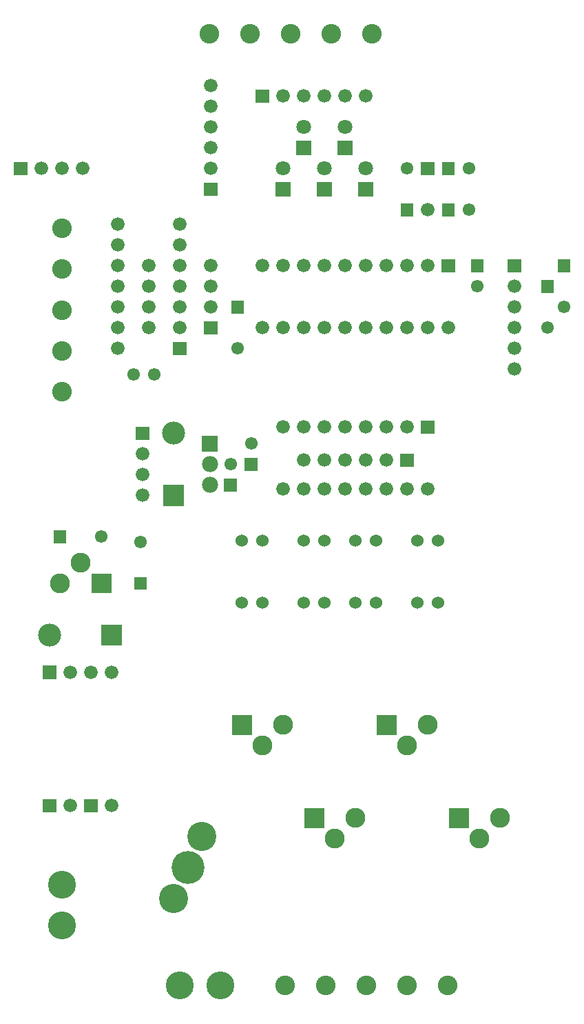
<source format=gbr>
G04 start of page 5 for group -4063 idx -4063 *
G04 Title: 4SSR-DC, componentmask *
G04 Creator: pcb 20110918 *
G04 CreationDate: 五  1/17 15:31:06 2014 UTC *
G04 For: steve *
G04 Format: Gerber/RS-274X *
G04 PCB-Dimensions: 290000 515000 *
G04 PCB-Coordinate-Origin: lower left *
%MOIN*%
%FSLAX25Y25*%
%LNTOPMASK*%
%ADD83C,0.0710*%
%ADD82C,0.1110*%
%ADD81C,0.1410*%
%ADD80C,0.1595*%
%ADD79C,0.0780*%
%ADD78C,0.1347*%
%ADD77C,0.0947*%
%ADD76C,0.0960*%
%ADD75C,0.0600*%
%ADD74C,0.0610*%
%ADD73C,0.0660*%
%ADD72C,0.0001*%
G54D72*G36*
X196700Y286300D02*Y279700D01*
X203300D01*
Y286300D01*
X196700D01*
G37*
G54D73*X190000Y283000D03*
X180000D03*
X170000D03*
X160000D03*
X150000D03*
G54D72*G36*
X206700Y302300D02*Y295700D01*
X213300D01*
Y302300D01*
X206700D01*
G37*
G54D73*X200000Y299000D03*
X190000D03*
X180000D03*
X170000D03*
X160000D03*
X150000D03*
X140000D03*
G54D72*G36*
X230950Y380050D02*Y373950D01*
X237050D01*
Y380050D01*
X230950D01*
G37*
G54D74*X234000Y367000D03*
G54D72*G36*
X216700Y380300D02*Y373700D01*
X223300D01*
Y380300D01*
X216700D01*
G37*
G54D73*X210000Y377000D03*
X200000D03*
X190000D03*
X180000D03*
Y347000D03*
X190000D03*
X200000D03*
X210000D03*
X220000D03*
G54D74*X268000D03*
G54D72*G36*
X248700Y380300D02*Y373700D01*
X255300D01*
Y380300D01*
X248700D01*
G37*
G36*
X272950Y380050D02*Y373950D01*
X279050D01*
Y380050D01*
X272950D01*
G37*
G54D73*X252000Y367000D03*
G54D72*G36*
X264950Y370050D02*Y363950D01*
X271050D01*
Y370050D01*
X264950D01*
G37*
G54D74*X276000Y357000D03*
G54D73*X252000D03*
Y347000D03*
Y337000D03*
Y327000D03*
G54D72*G36*
X216950Y427050D02*Y420950D01*
X223050D01*
Y427050D01*
X216950D01*
G37*
G36*
X206700Y427300D02*Y420700D01*
X213300D01*
Y427300D01*
X206700D01*
G37*
G54D74*X200000Y424000D03*
X230000D03*
G54D72*G36*
X216950Y407050D02*Y400950D01*
X223050D01*
Y407050D01*
X216950D01*
G37*
G54D74*X230000Y404000D03*
G54D73*X210000D03*
G54D72*G36*
X196950Y407050D02*Y400950D01*
X203050D01*
Y407050D01*
X196950D01*
G37*
G54D75*X120000Y214000D03*
Y244000D03*
X130000Y214000D03*
Y244000D03*
X150000Y214000D03*
G54D72*G36*
X67950Y226550D02*Y220450D01*
X74050D01*
Y226550D01*
X67950D01*
G37*
G36*
X47200Y228300D02*Y218700D01*
X56800D01*
Y228300D01*
X47200D01*
G37*
G54D76*X42000Y233500D03*
X32000Y223500D03*
G54D74*X71000Y243500D03*
G54D77*X140945Y29000D03*
G54D78*X109685D03*
X90000D03*
G54D77*X160630D03*
X219685D03*
X200000D03*
X180315D03*
G54D75*X160000Y214000D03*
X175000D03*
X185000D03*
X205000D03*
X215000D03*
X160000Y244000D03*
X175000D03*
X185000D03*
X205000D03*
X215000D03*
X150000D03*
G54D73*X140000Y269000D03*
G54D72*G36*
X121450Y284050D02*Y277950D01*
X127550D01*
Y284050D01*
X121450D01*
G37*
G54D73*X150000Y269000D03*
X160000D03*
X170000D03*
X180000D03*
X190000D03*
X200000D03*
X210000D03*
G54D72*G36*
X100600Y294900D02*Y287100D01*
X108400D01*
Y294900D01*
X100600D01*
G37*
G54D79*X104500Y281000D03*
Y271000D03*
G54D72*G36*
X111450Y274050D02*Y267950D01*
X117550D01*
Y274050D01*
X111450D01*
G37*
G54D74*X114500Y281000D03*
G54D72*G36*
X81950Y271050D02*Y260950D01*
X92050D01*
Y271050D01*
X81950D01*
G37*
G54D74*X124500Y291000D03*
G54D80*X93890Y86000D03*
G54D81*X100661Y101000D03*
X87000Y71000D03*
G54D72*G36*
X23700Y119300D02*Y112700D01*
X30300D01*
Y119300D01*
X23700D01*
G37*
G54D73*X37000Y116000D03*
G54D72*G36*
X43700Y119300D02*Y112700D01*
X50300D01*
Y119300D01*
X43700D01*
G37*
G54D73*X57000Y116000D03*
G54D78*X33000Y58000D03*
Y77685D03*
G54D72*G36*
X150200Y114800D02*Y105200D01*
X159800D01*
Y114800D01*
X150200D01*
G37*
G54D76*X175000Y110000D03*
G54D72*G36*
X220200Y114800D02*Y105200D01*
X229800D01*
Y114800D01*
X220200D01*
G37*
G54D76*X245000Y110000D03*
X165000Y100000D03*
X235000D03*
G54D72*G36*
X51950Y203550D02*Y193450D01*
X62050D01*
Y203550D01*
X51950D01*
G37*
G54D73*X57000Y180500D03*
G54D82*X27000Y198500D03*
G54D72*G36*
X23700Y183800D02*Y177200D01*
X30300D01*
Y183800D01*
X23700D01*
G37*
G54D73*X37000Y180500D03*
X47000D03*
G54D72*G36*
X115200Y159800D02*Y150200D01*
X124800D01*
Y159800D01*
X115200D01*
G37*
G54D76*X130000Y145000D03*
X140000Y155000D03*
G54D72*G36*
X185200Y159800D02*Y150200D01*
X194800D01*
Y159800D01*
X185200D01*
G37*
G54D76*X200000Y145000D03*
X210000Y155000D03*
G54D73*X170000Y377000D03*
Y347000D03*
X160000Y377000D03*
Y347000D03*
X150000Y377000D03*
Y347000D03*
X140000Y377000D03*
X130000D03*
Y347000D03*
X140000D03*
G54D72*G36*
X114950Y360050D02*Y353950D01*
X121050D01*
Y360050D01*
X114950D01*
G37*
G54D74*X118000Y337000D03*
G54D72*G36*
X176450Y417550D02*Y410450D01*
X183550D01*
Y417550D01*
X176450D01*
G37*
G54D83*X180000Y424000D03*
G54D72*G36*
X156450Y417550D02*Y410450D01*
X163550D01*
Y417550D01*
X156450D01*
G37*
G54D83*X160000Y424000D03*
G54D72*G36*
X136450Y417550D02*Y410450D01*
X143550D01*
Y417550D01*
X136450D01*
G37*
G54D83*X140000Y424000D03*
G54D72*G36*
X146450Y437550D02*Y430450D01*
X153550D01*
Y437550D01*
X146450D01*
G37*
G36*
X166450D02*Y430450D01*
X173550D01*
Y437550D01*
X166450D01*
G37*
G54D83*X170000Y444000D03*
G54D73*X160000Y459000D03*
X170000D03*
G54D77*X163315Y489000D03*
G54D73*X180000Y459000D03*
G54D77*X183000Y489000D03*
X143630D03*
G54D72*G36*
X101700Y350300D02*Y343700D01*
X108300D01*
Y350300D01*
X101700D01*
G37*
G54D73*X75000Y347000D03*
G54D74*X77500Y324500D03*
X67500D03*
G54D72*G36*
X86700Y340300D02*Y333700D01*
X93300D01*
Y340300D01*
X86700D01*
G37*
G54D73*X90000Y347000D03*
X60000Y367000D03*
Y357000D03*
Y347000D03*
Y337000D03*
G54D77*X33000Y316260D03*
G54D72*G36*
X28950Y249050D02*Y242950D01*
X35050D01*
Y249050D01*
X28950D01*
G37*
G54D74*X52000Y246000D03*
G54D77*X33000Y335945D03*
Y355630D03*
G54D72*G36*
X68700Y299300D02*Y292700D01*
X75300D01*
Y299300D01*
X68700D01*
G37*
G54D73*X72000Y286000D03*
Y276000D03*
Y266000D03*
G54D82*X87000Y296000D03*
G54D73*X105000Y357000D03*
Y367000D03*
Y377000D03*
X75000D03*
Y367000D03*
Y357000D03*
X90000D03*
Y367000D03*
Y377000D03*
Y387000D03*
Y397000D03*
X60000D03*
Y387000D03*
Y377000D03*
G54D77*X33000Y395000D03*
Y375315D03*
G54D72*G36*
X9700Y427300D02*Y420700D01*
X16300D01*
Y427300D01*
X9700D01*
G37*
G54D73*X23000Y424000D03*
X33000D03*
X43000D03*
G54D83*X150000Y444000D03*
G54D72*G36*
X126700Y462300D02*Y455700D01*
X133300D01*
Y462300D01*
X126700D01*
G37*
G54D73*X140000Y459000D03*
X150000D03*
G54D72*G36*
X101700Y417300D02*Y410700D01*
X108300D01*
Y417300D01*
X101700D01*
G37*
G54D73*X105000Y424000D03*
Y434000D03*
Y444000D03*
Y454000D03*
Y464000D03*
G54D77*X104260Y489000D03*
X123945D03*
M02*

</source>
